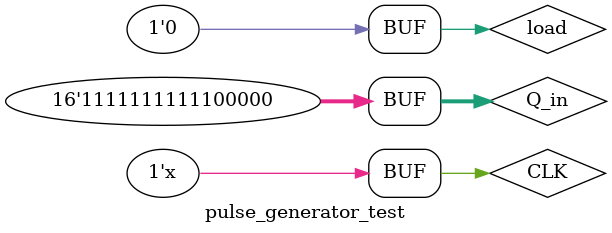
<source format=v>
`timescale 1ns / 1ps


   module pulse_generator_test();
       reg [15:0] Q_in;
       reg CLK;
       reg load;
       wire Q_out;
       
       pulse_generator uut(.Q_in(Q_in), .CLK(CLK), .load(load), .Q_out(Q_out));
       
       initial begin
            CLK=0;
//            Q_in=16'b1010101010101010; load=1; #50; // 1/2 frequency of clock signal
//            load=0; #200;
//              Q_in=16'b1100110011001100; load=1; #50; // 1/4 frequency of clock signal
//              load=0; #200;
//           Q_in=16'b1111000011110000; load=1; #50; // 1/8 frequency of clock signal
//            load=0; #200;
//            Q_in=16'b1000000010000000; load=1; #50; // 1/7 pulse-gap duration rate
//            load=0; #200;
//           Q_in=16'b1110000000000000; load=1; #50; // 3/13 pulse-gap duration rate
//            load=0; #200;
            Q_in=16'b1111111111100000; load=1; #50; // 11/5 pulse-gap duration rate
            load=0; #200;
        end
        
        always begin 
            #25; CLK=~CLK;
        end 
endmodule  

</source>
